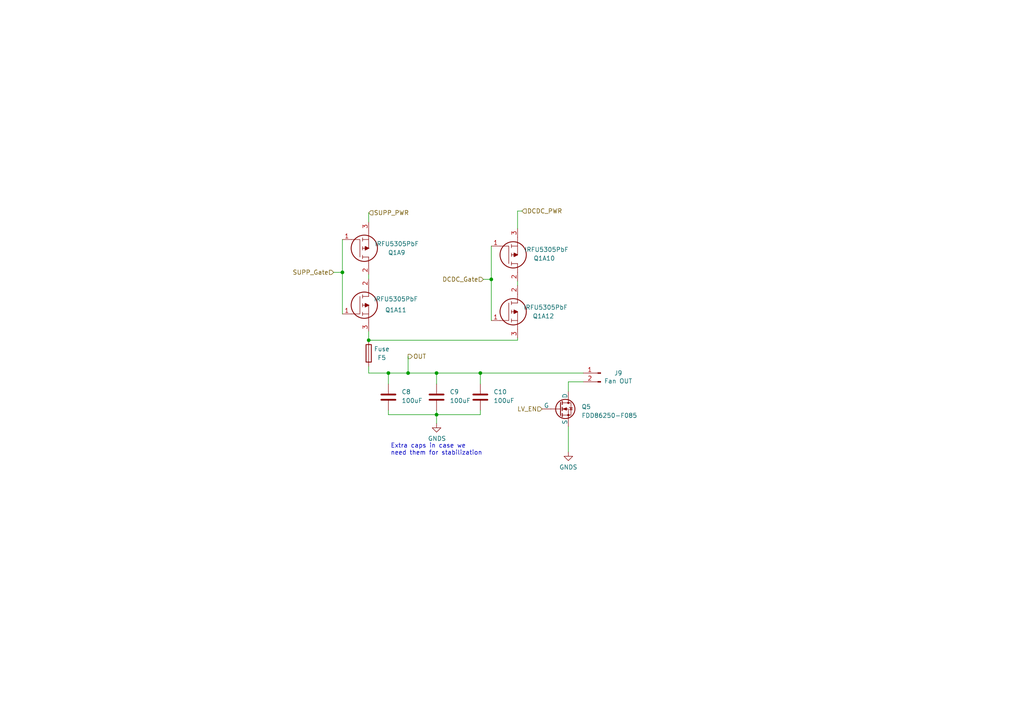
<source format=kicad_sch>
(kicad_sch (version 20231120) (generator "eeschema") (generator_version "8.0")
  (paper "A4")
  (lib_symbols
    (symbol "Connector:Conn_01x02_Pin" (pin_names (offset 1.016) hide)
      (property "Reference" "J" (at 0 2.54 0))
      (property "Value" "Conn_01x02_Pin" (at 0 -5.08 0))
      (symbol "Conn_01x02_Pin_1_1"
        (polyline (pts (xy 1.27 -2.54) (xy 0.8636 -2.54)) (stroke (width 0.1524)))
        (polyline (pts (xy 1.27 0) (xy 0.8636 0)) (stroke (width 0.1524)))
        (rectangle (start 0.8636 -2.413) (end 0 -2.667) (stroke (width 0.1524)) (fill (type outline)))
        (rectangle (start 0.8636 0.127) (end 0 -0.127) (stroke (width 0.1524)) (fill (type outline)))
        (pin passive line (at 5.08 0 180) (length 3.81) (name "Pin_1") (number "1"))
        (pin passive line (at 5.08 -2.54 180) (length 3.81) (name "Pin_2") (number "2"))
      )
    )
    (symbol "Device:C" (pin_numbers hide) (pin_names (offset 0.254))
      (property "Reference" "C" (at 0.635 2.54 0))
      (property "Value" "C" (at 0.635 -2.54 0))
      (symbol "C_0_1"
        (polyline (pts (xy -2.032 -0.762) (xy 2.032 -0.762)) (stroke (width 0.508)))
        (polyline (pts (xy -2.032 0.762) (xy 2.032 0.762)) (stroke (width 0.508)))
      )
      (symbol "C_1_1"
        (pin passive line (at 0 3.81 270) (length 2.794) (name "~") (number "1"))
        (pin passive line (at 0 -3.81 90) (length 2.794) (name "~") (number "2"))
      )
    )
    (symbol "Device:Fuse" (pin_numbers hide) (pin_names (offset 0))
      (property "Reference" "F" (at 2.032 0 90))
      (property "Value" "Fuse" (at -1.905 0 90))
      (symbol "Fuse_0_1"
        (rectangle (start -0.762 -2.54) (end 0.762 2.54) (stroke (width 0.254)))
        (polyline (pts (xy 0 2.54) (xy 0 -2.54)))
      )
      (symbol "Fuse_1_1"
        (pin passive line (at 0 3.81 270) (length 1.27) (name "~") (number "1"))
        (pin passive line (at 0 -3.81 90) (length 1.27) (name "~") (number "2"))
      )
    )
    (symbol "Simulation_SPICE:NMOS" (pin_numbers hide) (pin_names (offset 0))
      (property "Reference" "Q3" (at 6.35 0.635 0))
      (property "Value" "NMOS" (at 6.35 -1.905 0))
      (symbol "NMOS_0_1"
        (polyline (pts (xy 0.254 0) (xy -2.54 0)))
        (polyline (pts (xy 0.254 1.905) (xy 0.254 -1.905)) (stroke (width 0.254)))
        (polyline (pts (xy 0.762 -1.27) (xy 0.762 -2.286)) (stroke (width 0.254)))
        (polyline (pts (xy 0.762 0.508) (xy 0.762 -0.508)) (stroke (width 0.254)))
        (polyline (pts (xy 0.762 2.286) (xy 0.762 1.27)) (stroke (width 0.254)))
        (polyline (pts (xy 2.54 2.54) (xy 2.54 1.778)))
        (polyline (pts (xy 2.54 -2.54) (xy 2.54 0) (xy 0.762 0)))
        (polyline (pts (xy 0.762 -1.778) (xy 3.302 -1.778) (xy 3.302 1.778) (xy 0.762 1.778)))
        (polyline (pts (xy 1.016 0) (xy 2.032 0.381) (xy 2.032 -0.381) (xy 1.016 0)) (fill (type outline)))
        (polyline (pts (xy 2.794 0.508) (xy 2.921 0.381) (xy 3.683 0.381) (xy 3.81 0.254)))
        (polyline (pts (xy 3.302 0.381) (xy 2.921 -0.254) (xy 3.683 -0.254) (xy 3.302 0.381)))
        (circle (center 1.651 0) (radius 2.794) (stroke (width 0.254)))
        (circle (center 2.54 -1.778) (radius 0.254) (fill (type outline)))
        (circle (center 2.54 1.778) (radius 0.254) (fill (type outline)))
      )
      (symbol "NMOS_1_1"
        (pin input line (at -5.08 0 0) (length 2.54) (name "G") (number "1"))
        (pin passive line (at 2.54 5.08 270) (length 2.54) (name "D") (number "2"))
        (pin passive line (at 2.54 -5.08 90) (length 2.54) (name "S") (number "3"))
      )
    )
    (symbol "power:GNDS" (power) (pin_names (offset 0))
      (property "Value" "GNDS" (at 0 -3.81 0))
      (symbol "GNDS_0_1"
        (polyline (pts (xy 0 0) (xy 0 -1.27) (xy 1.27 -1.27) (xy 0 -2.54) (xy -1.27 -1.27) (xy 0 -1.27)))
      )
      (symbol "GNDS_1_1"
        (pin power_in line (at 0 0 270) (length 0) hide (name "GNDS") (number "1"))
      )
    )
    (symbol "utsvt-powersupp:SUP90P06-PCHANNEL-MOSFET" (pin_names (offset 0.762))
      (property "Reference" "Q" (at 11.43 3.81 0))
      (property "Value" "SUP90P06-PCHANNEL-MOSFET" (at 11.43 1.27 0))
      (symbol "SUP90P06-PCHANNEL-MOSFET_0_0"
        (pin passive line (at 0 0 0) (length 2.54) (name "~") (number "1"))
        (pin passive line (at 7.62 10.16 270) (length 2.54) (name "~") (number "2"))
        (pin passive line (at 7.62 -5.08 90) (length 2.54) (name "~") (number "3"))
      )
      (symbol "SUP90P06-PCHANNEL-MOSFET_0_1"
        (polyline (pts (xy 5.842 -0.508) (xy 5.842 0.508)) (stroke (width 0.1524)))
        (polyline (pts (xy 5.842 0) (xy 7.62 0)) (stroke (width 0.1524)))
        (polyline (pts (xy 5.842 2.032) (xy 5.842 3.048)) (stroke (width 0.1524)))
        (polyline (pts (xy 5.842 5.588) (xy 5.842 4.572)) (stroke (width 0.1524)))
        (polyline (pts (xy 7.62 2.54) (xy 5.842 2.54)) (stroke (width 0.1524)))
        (polyline (pts (xy 7.62 2.54) (xy 7.62 -2.54)) (stroke (width 0.1524)))
        (polyline (pts (xy 7.62 5.08) (xy 5.842 5.08)) (stroke (width 0.1524)))
        (polyline (pts (xy 7.62 5.08) (xy 7.62 7.62)) (stroke (width 0.1524)))
        (polyline (pts (xy 2.54 0) (xy 5.08 0) (xy 5.08 5.08)) (stroke (width 0.1524)))
        (polyline (pts (xy 7.62 2.54) (xy 6.604 3.048) (xy 6.604 2.032) (xy 7.62 2.54)) (stroke (width 0.254)) (fill (type outline)))
        (circle (center 6.35 2.54) (radius 3.81) (stroke (width 0.254)))
      )
    )
  )
  (junction (at 112.649 108.204))
  (junction (at 118.364 108.204))
  (junction (at 99.314 78.994))
  (junction (at 139.319 108.204))
  (junction (at 126.619 108.204))
  (junction (at 126.619 120.269))
  (junction (at 106.934 98.679))
  (junction (at 142.494 81.026))
  (wire (pts (xy 106.934 108.204) (xy 112.649 108.204)))
  (wire (pts (xy 164.846 110.744) (xy 164.846 113.538)))
  (wire (pts (xy 118.364 103.378) (xy 118.364 108.204)))
  (wire (pts (xy 112.649 118.999) (xy 112.649 120.269)))
  (wire (pts (xy 126.619 108.204) (xy 126.619 111.379)))
  (wire (pts (xy 106.934 61.722) (xy 106.934 64.389)))
  (wire (pts (xy 126.619 118.999) (xy 126.619 120.269)))
  (wire (pts (xy 106.934 79.629) (xy 106.934 80.899)))
  (wire (pts (xy 150.114 98.044) (xy 150.114 98.679)))
  (wire (pts (xy 126.619 108.204) (xy 139.319 108.204)))
  (wire (pts (xy 126.619 120.269) (xy 139.319 120.269)))
  (wire (pts (xy 118.364 108.204) (xy 126.619 108.204)))
  (wire (pts (xy 112.649 120.269) (xy 126.619 120.269)))
  (wire (pts (xy 139.319 108.204) (xy 139.319 111.379)))
  (wire (pts (xy 150.114 81.534) (xy 150.114 82.804)))
  (wire (pts (xy 106.934 98.679) (xy 150.114 98.679)))
  (wire (pts (xy 139.319 108.204) (xy 169.164 108.204)))
  (wire (pts (xy 140.208 81.026) (xy 142.494 81.026)))
  (wire (pts (xy 150.114 61.214) (xy 150.114 66.294)))
  (wire (pts (xy 139.319 120.269) (xy 139.319 118.999)))
  (wire (pts (xy 112.649 108.204) (xy 118.364 108.204)))
  (wire (pts (xy 164.846 110.744) (xy 169.164 110.744)))
  (wire (pts (xy 96.774 78.994) (xy 99.314 78.994)))
  (wire (pts (xy 99.314 78.994) (xy 99.314 91.059)))
  (wire (pts (xy 142.494 81.026) (xy 142.494 92.964)))
  (wire (pts (xy 99.314 69.469) (xy 99.314 78.994)))
  (wire (pts (xy 106.934 98.679) (xy 106.934 96.139)))
  (wire (pts (xy 142.494 71.374) (xy 142.494 81.026)))
  (wire (pts (xy 164.846 123.698) (xy 164.846 131.064)))
  (wire (pts (xy 126.619 120.269) (xy 126.619 122.809)))
  (wire (pts (xy 106.934 108.204) (xy 106.934 106.299)))
  (wire (pts (xy 150.114 61.214) (xy 151.384 61.214)))
  (wire (pts (xy 112.649 108.204) (xy 112.649 111.379)))
  (text "Extra caps in case we\nneed them for stabilization\n\n" (at 113.284 134.239 0) (effects (font (size 1.27 1.27)) (justify left bottom)))
  (hierarchical_label "OUT" (shape output) (at 118.364 103.378 0))
  (hierarchical_label "DCDC_PWR" (shape input) (at 151.384 61.214 0))
  (hierarchical_label "SUPP_Gate" (shape input) (at 96.774 78.994 180))
  (hierarchical_label "LV_EN" (shape input) (at 157.226 118.618 180))
  (hierarchical_label "DCDC_Gate" (shape input) (at 140.208 81.026 180))
  (hierarchical_label "SUPP_PWR" (shape input) (at 106.934 61.722 0))
  (symbol (lib_id "Device:Fuse") (at 106.934 102.489 0) (unit 1)
    (property "Reference" "F5" (at 110.744 103.759 0))
    (property "Value" "Fuse" (at 110.744 101.219 0))
    (property "Footprint" "Fuse:Fuseholder_Blade_Mini_Keystone_3568" (effects (hide yes)))
    (property "Datasheet" "https://www.mouser.com/datasheet/2/215/3568-742601.pdf" (effects (hide yes)))
    (property "Sim.Device" "SPICE" (effects (hide yes)))
    (instances (project "Power-Secondary" (path "" (reference "F5") (unit 1)) (path "" (reference "F2") (unit 1))))
  )
  (symbol (lib_id "utsvt-powersupp:SUP90P06-PCHANNEL-MOSFET") (at 99.314 69.469 0) (mirror x) (unit 1)
    (property "Reference" "Q1A9" (at 115.062 73.279 0))
    (property "Value" "IRFU5305PbF" (at 115.062 70.739 0))
    (property "Footprint" "UTSVT_PowerSupp:SUP90P06-PCHAN-ENH-PWR-MOSFET" (effects (hide yes)))
    (property "Datasheet" "https://www.vishay.com/docs/73010/sup90p06-09l.pdf" (effects (hide yes)))
    (property "Height" "4.83" (effects (hide yes)))
    (property "Sim.Device" "PMOS" (effects (hide yes)))
    (property "Sim.Type" "VDMOS" (effects (hide yes)))
    (property "Sim.Pins" "1=D 2=G 3=S" (effects (hide yes)))
    (instances (project "Power-Secondary" (path "" (reference "Q1A9") (unit 1)) (path "" (reference "Q1A1") (unit 1))))
  )
  (symbol (lib_id "Device:C") (at 126.619 115.189 0) (unit 1)
    (property "Reference" "C9" (at 130.429 113.6649 0) (effects (justify left)))
    (property "Value" "100uF" (at 130.429 116.2049 0) (effects (justify left)))
    (property "Footprint" "Capacitor_SMD:C_1210_3225Metric" (effects (hide yes)))
    (property "Datasheet" "https://www.mouser.com/datasheet/2/212/KEM_C1006_X5R_SMD-1103249.pdf" (effects (hide yes)))
    (instances (project "Power-Secondary" (path "" (reference "C9") (unit 1)) (path "" (reference "C2") (unit 1))))
  )
  (symbol (lib_id "Device:C") (at 112.649 115.189 0) (unit 1)
    (property "Reference" "C8" (at 116.459 113.6649 0) (effects (justify left)))
    (property "Value" "100uF" (at 116.459 116.2049 0) (effects (justify left)))
    (property "Footprint" "Capacitor_SMD:C_1210_3225Metric" (effects (hide yes)))
    (property "Datasheet" "https://www.mouser.com/datasheet/2/212/KEM_C1006_X5R_SMD-1103249.pdf" (effects (hide yes)))
    (instances (project "Power-Secondary" (path "" (reference "C8") (unit 1)) (path "" (reference "C1") (unit 1))))
  )
  (symbol (lib_id "utsvt-powersupp:SUP90P06-PCHANNEL-MOSFET") (at 142.494 71.374 0) (mirror x) (unit 1)
    (property "Reference" "Q1A10" (at 157.861 74.93 0))
    (property "Value" "IRFU5305PbF" (at 158.496 72.39 0))
    (property "Footprint" "UTSVT_PowerSupp:SUP90P06-PCHAN-ENH-PWR-MOSFET" (effects (hide yes)))
    (property "Datasheet" "https://www.vishay.com/docs/73010/sup90p06-09l.pdf" (effects (hide yes)))
    (property "Height" "4.83" (effects (hide yes)))
    (property "Sim.Device" "PMOS" (effects (hide yes)))
    (property "Sim.Type" "VDMOS" (effects (hide yes)))
    (property "Sim.Pins" "1=D 2=G 3=S" (effects (hide yes)))
    (instances (project "Power-Secondary" (path "" (reference "Q1A10") (unit 1)) (path "" (reference "Q1A2") (unit 1))))
  )
  (symbol (lib_id "utsvt-powersupp:SUP90P06-PCHANNEL-MOSFET") (at 142.494 92.964 0) (unit 1)
    (property "Reference" "Q1A12" (at 157.607 91.694 0))
    (property "Value" "IRFU5305PbF" (at 158.242 89.154 0))
    (property "Footprint" "UTSVT_PowerSupp:SUP90P06-PCHAN-ENH-PWR-MOSFET" (effects (hide yes)))
    (property "Datasheet" "https://www.vishay.com/docs/73010/sup90p06-09l.pdf" (effects (hide yes)))
    (property "Height" "4.83" (effects (hide yes)))
    (property "Sim.Device" "PMOS" (effects (hide yes)))
    (property "Sim.Type" "VDMOS" (effects (hide yes)))
    (property "Sim.Pins" "1=D 2=G 3=S" (effects (hide yes)))
    (instances (project "Power-Secondary" (path "" (reference "Q1A12") (unit 1)) (path "" (reference "Q1A4") (unit 1))))
  )
  (symbol (lib_id "power:GNDS") (at 164.846 131.064 0) (unit 1)
    (property "Reference" "#PWR019" (effects (hide yes)))
    (property "Value" "GNDS" (at 164.846 135.509 0))
    (property "Sim.Device" "V" (effects (hide yes)))
    (property "Sim.Type" "DC" (effects (hide yes)))
    (property "Sim.Pins" "1=+" (effects (hide yes)))
    (property "Sim.Params" "dc=\"\"" (effects (hide yes)))
    (instances (project "Power-Secondary" (path "" (reference "#PWR019") (unit 1)) (path "" (reference "#PWR010") (unit 1))))
  )
  (symbol (lib_id "Device:C") (at 139.319 115.189 0) (unit 1)
    (property "Reference" "C10" (at 143.129 113.6649 0) (effects (justify left)))
    (property "Value" "100uF" (at 143.129 116.2049 0) (effects (justify left)))
    (property "Footprint" "Capacitor_SMD:C_1210_3225Metric" (effects (hide yes)))
    (property "Datasheet" "https://www.mouser.com/datasheet/2/212/KEM_C1006_X5R_SMD-1103249.pdf" (effects (hide yes)))
    (instances (project "Power-Secondary" (path "" (reference "C10") (unit 1)) (path "" (reference "C3") (unit 1))))
  )
  (symbol (lib_id "power:GNDS") (at 126.619 122.809 0) (unit 1)
    (property "Reference" "#PWR017" (effects (hide yes)))
    (property "Value" "GNDS" (at 126.746 127.2032 0))
    (property "Sim.Device" "V" (effects (hide yes)))
    (property "Sim.Type" "DC" (effects (hide yes)))
    (property "Sim.Pins" "1=+" (effects (hide yes)))
    (property "Sim.Params" "dc=\"\"" (effects (hide yes)))
    (instances (project "Power-Secondary" (path "" (reference "#PWR017") (unit 1)) (path "" (reference "#PWR08") (unit 1))))
  )
  (symbol (lib_id "Connector:Conn_01x02_Pin") (at 174.244 108.204 0) (mirror y) (unit 1)
    (property "Reference" "J9" (at 179.324 108.9406 0) (effects (justify bottom)))
    (property "Value" "Fan OUT" (at 179.324 111.252 0) (effects (justify bottom)))
    (property "Footprint" "Connector_Molex:Molex_Sabre_43160-0102_1x02_P7.49mm_Vertical" (effects (hide yes)))
    (property "Datasheet" "https://www.mouser.com/ProductDetail/538-43160-0102" (effects (hide yes)))
    (property "Sim.Device" "V" (effects (hide yes)))
    (property "Sim.Type" "DC" (effects (hide yes)))
    (property "Sim.Pins" "1=+ 2=-" (effects (hide yes)))
    (property "Sim.Params" "dc=\"\"" (effects (hide yes)))
    (instances (project "Power-Secondary" (path "" (reference "J9") (unit 1)) (path "" (reference "J6") (unit 1))))
  )
  (symbol (lib_id "utsvt-powersupp:SUP90P06-PCHANNEL-MOSFET") (at 99.314 91.059 0) (unit 1)
    (property "Reference" "Q1A11" (at 114.808 89.916 0))
    (property "Value" "IRFU5305PbF" (at 114.808 86.741 0))
    (property "Footprint" "UTSVT_PowerSupp:SUP90P06-PCHAN-ENH-PWR-MOSFET" (effects (hide yes)))
    (property "Datasheet" "https://www.vishay.com/docs/73010/sup90p06-09l.pdf" (effects (hide yes)))
    (property "Height" "4.83" (effects (hide yes)))
    (property "Sim.Device" "PMOS" (effects (hide yes)))
    (property "Sim.Type" "VDMOS" (effects (hide yes)))
    (property "Sim.Pins" "1=D 2=G 3=S" (effects (hide yes)))
    (instances (project "Power-Secondary" (path "" (reference "Q1A11") (unit 1)) (path "" (reference "Q1A3") (unit 1))))
  )
  (symbol (lib_id "Simulation_SPICE:NMOS") (at 162.306 118.618 0) (unit 1)
    (property "Reference" "Q5" (at 168.656 117.983 0) (effects (justify left)))
    (property "Value" "FDD86250-F085" (at 168.656 120.523 0) (effects (justify left)))
    (property "Footprint" "UTSVT_PowerSupp:FDD13AN06A0F085" (effects (hide yes)))
    (property "Datasheet" "https://www.mouser.com/datasheet/2/308/1/FDD86250_F085_D-2312165.pdf" (effects (hide yes)))
    (property "Sim.Device" "NMOS" (effects (hide yes)))
    (property "Sim.Type" "VDMOS" (effects (hide yes)))
    (property "Sim.Pins" "1=D 2=G 3=S" (effects (hide yes)))
    (instances (project "Power-Secondary" (path "" (reference "Q5") (unit 1)) (path "" (reference "Q1") (unit 1))))
  )
)
</source>
